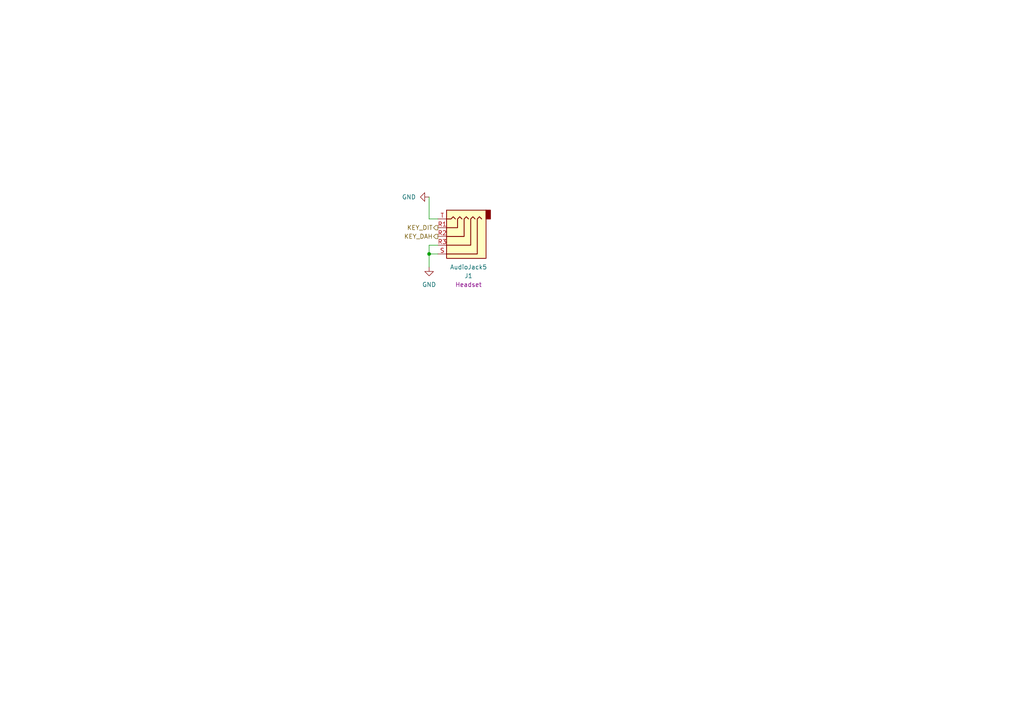
<source format=kicad_sch>
(kicad_sch (version 20230121) (generator eeschema)
  (paper "A4")
  (lib_symbols
    (symbol "Connector_Audio:AudioJack5"
      (property "Reference" "J" (at 0 11.43 0))
      (property "Value" "AudioJack5" (at 0 8.89 0))
      (symbol "AudioJack5_0_1"
        (rectangle (start -8.89 -5.08) (end -10.16 -7.62) (stroke (width 0.254)) (fill (type outline)))
        (polyline (pts (xy 0 -5.08) (xy 0.635 -5.715) (xy 1.27 -5.08) (xy 2.54 -5.08)) (stroke (width 0.254)))
        (polyline (pts (xy -5.715 -5.08) (xy -5.08 -5.715) (xy -4.445 -5.08) (xy -4.445 2.54) (xy 2.54 2.54)) (stroke (width 0.254)))
        (polyline (pts (xy -1.905 -5.08) (xy -1.27 -5.715) (xy -0.635 -5.08) (xy -0.635 -2.54) (xy 2.54 -2.54)) (stroke (width 0.254)))
        (polyline (pts (xy 2.54 0) (xy -2.54 0) (xy -2.54 -5.08) (xy -3.175 -5.715) (xy -3.81 -5.08)) (stroke (width 0.254)))
        (polyline (pts (xy 2.54 5.08) (xy -6.35 5.08) (xy -6.35 -5.08) (xy -6.985 -5.715) (xy -7.62 -5.08)) (stroke (width 0.254)))
        (rectangle (start 2.54 6.35) (end -8.89 -7.62) (stroke (width 0.254)) (fill (type background)))
      )
      (symbol "AudioJack5_1_1"
        (pin passive line (at 5.08 -2.54 180) (length 2.54) (name "~") (number "R1"))
        (pin passive line (at 5.08 0 180) (length 2.54) (name "~") (number "R2"))
        (pin passive line (at 5.08 2.54 180) (length 2.54) (name "~") (number "R3"))
        (pin passive line (at 5.08 5.08 180) (length 2.54) (name "~") (number "S"))
        (pin passive line (at 5.08 -5.08 180) (length 2.54) (name "~") (number "T"))
      )
    )
    (symbol "power:GND" (power) (pin_names (offset 0))
      (property "Value" "GND" (at 0 -3.81 0))
      (symbol "GND_0_1"
        (polyline (pts (xy 0 0) (xy 0 -1.27) (xy 1.27 -1.27) (xy 0 -2.54) (xy -1.27 -1.27) (xy 0 -1.27)))
      )
      (symbol "GND_1_1"
        (pin power_in line (at 0 0 270) (length 0) hide (name "GND") (number "1"))
      )
    )
  )
  (junction (at 124.46 73.66))
  (wire (pts (xy 124.46 63.5) (xy 127 63.5)))
  (wire (pts (xy 124.46 71.12) (xy 124.46 73.66)))
  (wire (pts (xy 127 71.12) (xy 124.46 71.12)))
  (wire (pts (xy 124.46 73.66) (xy 127 73.66)))
  (wire (pts (xy 124.46 57.15) (xy 124.46 63.5)))
  (wire (pts (xy 124.46 73.66) (xy 124.46 77.47)))
  (hierarchical_label "KEY_DIT" (shape output) (at 127 66.04 180))
  (hierarchical_label "KEY_DAH" (shape output) (at 127 68.58 180))
  (symbol (lib_id "power:GND") (at 124.46 57.15 270) (unit 1)
    (property "Reference" "#PWR038" (effects hide))
    (property "Value" "GND" (at 120.65 57.15 90) (effects (justify right)))
    (instances (project "main" (path "" (reference "#PWR038") (unit 1)) (path "" (reference "#PWR047") (unit 1))))
  )
  (symbol (lib_id "Connector_Audio:AudioJack5") (at 132.08 68.58 180) (unit 1)
    (property "Reference" "J1" (at 135.89 80.01 0))
    (property "Value" "AudioJack5" (at 135.89 77.47 0))
    (property "purpose" "Headset" (at 135.89 82.55 0))
    (instances (project "main" (path "" (reference "J1") (unit 1)) (path "" (reference "J5") (unit 1))))
  )
  (symbol (lib_id "power:GND") (at 124.46 77.47 0) (unit 1)
    (property "Reference" "#PWR038" (effects hide))
    (property "Value" "GND" (at 124.46 82.55 0))
    (instances (project "main" (path "" (reference "#PWR038") (unit 1)) (path "" (reference "#PWR046") (unit 1))))
  )
)
</source>
